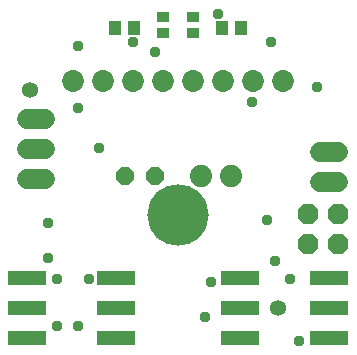
<source format=gts>
G04 EAGLE Gerber RS-274X export*
G75*
%MOMM*%
%FSLAX34Y34*%
%LPD*%
%INSoldermask Top*%
%IPPOS*%
%AMOC8*
5,1,8,0,0,1.08239X$1,22.5*%
G01*
%ADD10C,3.203200*%
%ADD11C,5.200000*%
%ADD12C,1.355200*%
%ADD13P,1.649562X8X22.500000*%
%ADD14R,1.003200X1.153200*%
%ADD15C,1.883200*%
%ADD16R,1.103200X0.903200*%
%ADD17R,3.203200X1.203200*%
%ADD18C,1.853200*%
%ADD19C,1.727200*%
%ADD20P,1.869504X8X292.500000*%
%ADD21C,0.959600*%


D10*
X0Y121500D03*
D11*
X0Y121500D03*
D12*
X85000Y42500D03*
X-125000Y227500D03*
D13*
X-45200Y155000D03*
X-19800Y155000D03*
D14*
X53000Y280000D03*
X37000Y280000D03*
X-53000Y280000D03*
X-37000Y280000D03*
D15*
X19800Y155000D03*
X45200Y155000D03*
D16*
X12500Y289000D03*
X12500Y276000D03*
X-12500Y289000D03*
X-12500Y276000D03*
D17*
X52500Y42500D03*
X127500Y42500D03*
X52500Y67900D03*
X127500Y67900D03*
X127500Y17100D03*
X52500Y17100D03*
X-127500Y42500D03*
X-52500Y42500D03*
X-127500Y67900D03*
X-52500Y67900D03*
X-52500Y17100D03*
X-127500Y17100D03*
D18*
X-88900Y235000D03*
X-63500Y235000D03*
X-38100Y235000D03*
X-12700Y235000D03*
X12700Y235000D03*
X38100Y235000D03*
X63500Y235000D03*
X88900Y235000D03*
D19*
X119880Y149800D02*
X135120Y149800D01*
X135120Y175200D02*
X119880Y175200D01*
D20*
X109800Y122700D03*
X135200Y122700D03*
X109800Y97300D03*
X135200Y97300D03*
D19*
X-112380Y202900D02*
X-127620Y202900D01*
X-127620Y177500D02*
X-112380Y177500D01*
X-112380Y152100D02*
X-127620Y152100D01*
D21*
X62500Y217500D03*
X117500Y230000D03*
X78963Y268095D03*
X33782Y291705D03*
X-66787Y178218D03*
X-84718Y212500D03*
X27500Y65000D03*
X22500Y35282D03*
X102500Y15000D03*
X-85000Y27500D03*
X-102500Y27500D03*
X-102782Y67500D03*
X-85000Y265000D03*
X-75000Y67500D03*
X94718Y67500D03*
X75000Y117500D03*
X82500Y82500D03*
X-110282Y85000D03*
X-110000Y115000D03*
X-19282Y260000D03*
X-38046Y268046D03*
M02*

</source>
